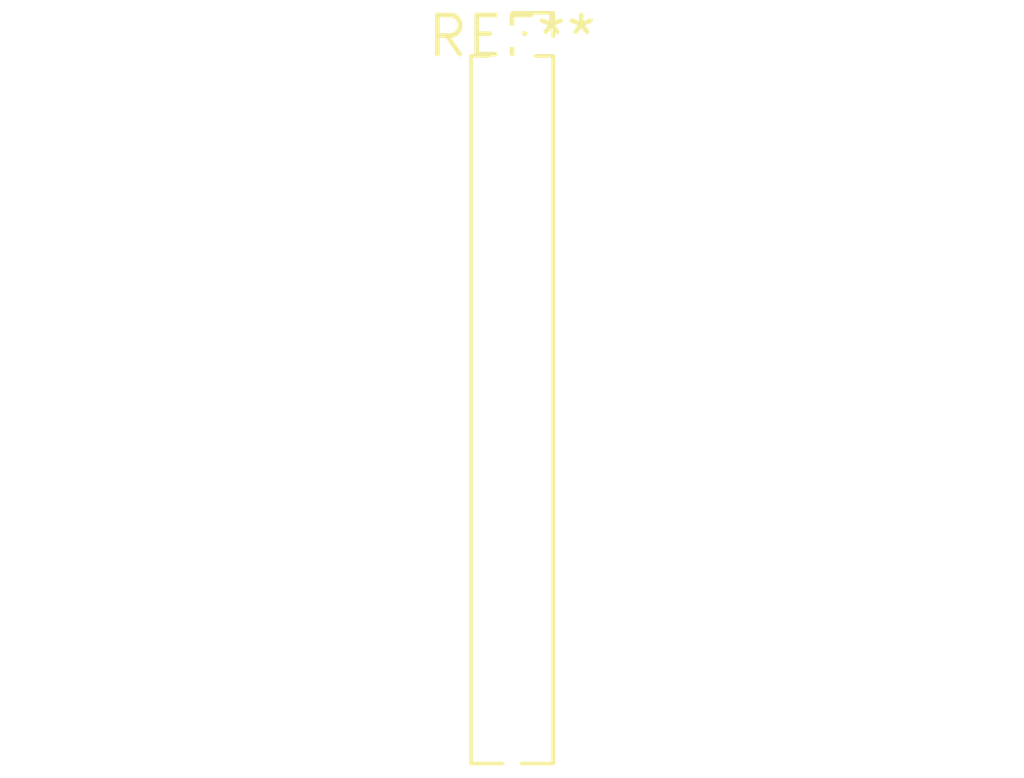
<source format=kicad_pcb>
(kicad_pcb (version 20240108) (generator pcbnew)
  (layers (0 "F.Cu" signal) (31 "B.Cu" signal) (34 "B.Paste" user) (35 "F.Paste" user) (36 "B.SilkS" user "B.Silkscreen") (37 "F.SilkS" user "F.Silkscreen") (38 "B.Mask" user) (39 "F.Mask" user) (44 "Edge.Cuts" user))
  (net 0 "")
  (footprint "PinSocket_1x19_P1.27mm_Vertical" (layer "F.Cu") (at 0 0)
    (property "Reference" "REF**")
    (property "Value" "PinSocket_1x19_P1.27mm_Vertical")
    (fp_line (start -1.33 0.635) (end -1.33 23.555) (layer "F.SilkS") (stroke (width 0.12)))
    (fp_line (start -1.33 0.635) (end -0.76 0.635) (layer "F.SilkS") (stroke (width 0.12)))
    (fp_line (start -1.33 23.555) (end -0.30753 23.555) (layer "F.SilkS") (stroke (width 0.12)))
    (fp_line (start 0 -0.76) (end 1.33 -0.76) (layer "F.SilkS") (stroke (width 0.12)))
    (fp_line (start 0.30753 23.555) (end 1.33 23.555) (layer "F.SilkS") (stroke (width 0.12)))
    (fp_line (start 0.76 0.635) (end 1.33 0.635) (layer "F.SilkS") (stroke (width 0.12)))
    (fp_line (start 1.33 -0.76) (end 1.33 0) (layer "F.SilkS") (stroke (width 0.12)))
    (fp_line (start 1.33 0.635) (end 1.33 23.555) (layer "F.SilkS") (stroke (width 0.12)))
    (pad "1" thru_hole rect (at 0 0) (size 1 1) (drill 0.7) (layers *.Cu *.Mask) (remove_unused_layers))
    (pad "2" thru_hole oval (at 0 1.27) (size 1 1) (drill 0.7) (layers *.Cu *.Mask) (remove_unused_layers))
    (pad "3" thru_hole oval (at 0 2.54) (size 1 1) (drill 0.7) (layers *.Cu *.Mask) (remove_unused_layers))
    (pad "4" thru_hole oval (at 0 3.81) (size 1 1) (drill 0.7) (layers *.Cu *.Mask) (remove_unused_layers))
    (pad "5" thru_hole oval (at 0 5.08) (size 1 1) (drill 0.7) (layers *.Cu *.Mask) (remove_unused_layers))
    (pad "6" thru_hole oval (at 0 6.35) (size 1 1) (drill 0.7) (layers *.Cu *.Mask) (remove_unused_layers))
    (pad "7" thru_hole oval (at 0 7.62) (size 1 1) (drill 0.7) (layers *.Cu *.Mask) (remove_unused_layers))
    (pad "8" thru_hole oval (at 0 8.89) (size 1 1) (drill 0.7) (layers *.Cu *.Mask) (remove_unused_layers))
    (pad "9" thru_hole oval (at 0 10.16) (size 1 1) (drill 0.7) (layers *.Cu *.Mask) (remove_unused_layers))
    (pad "10" thru_hole oval (at 0 11.43) (size 1 1) (drill 0.7) (layers *.Cu *.Mask) (remove_unused_layers))
    (pad "11" thru_hole oval (at 0 12.7) (size 1 1) (drill 0.7) (layers *.Cu *.Mask) (remove_unused_layers))
    (pad "12" thru_hole oval (at 0 13.97) (size 1 1) (drill 0.7) (layers *.Cu *.Mask) (remove_unused_layers))
    (pad "13" thru_hole oval (at 0 15.24) (size 1 1) (drill 0.7) (layers *.Cu *.Mask) (remove_unused_layers))
    (pad "14" thru_hole oval (at 0 16.51) (size 1 1) (drill 0.7) (layers *.Cu *.Mask) (remove_unused_layers))
    (pad "15" thru_hole oval (at 0 17.78) (size 1 1) (drill 0.7) (layers *.Cu *.Mask) (remove_unused_layers))
    (pad "16" thru_hole oval (at 0 19.05) (size 1 1) (drill 0.7) (layers *.Cu *.Mask) (remove_unused_layers))
    (pad "17" thru_hole oval (at 0 20.32) (size 1 1) (drill 0.7) (layers *.Cu *.Mask) (remove_unused_layers))
    (pad "18" thru_hole oval (at 0 21.59) (size 1 1) (drill 0.7) (layers *.Cu *.Mask) (remove_unused_layers))
    (pad "19" thru_hole oval (at 0 22.86) (size 1 1) (drill 0.7) (layers *.Cu *.Mask) (remove_unused_layers))
  )
)
</source>
